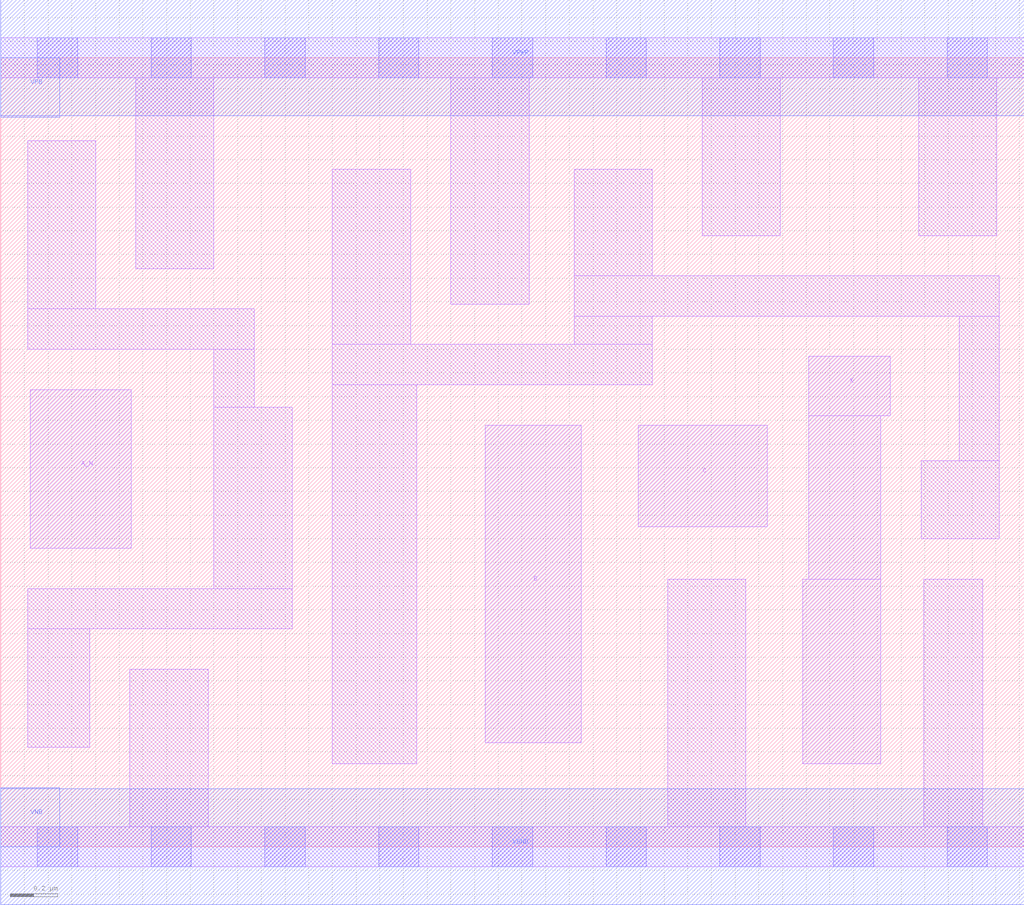
<source format=lef>
# Copyright 2020 The SkyWater PDK Authors
#
# Licensed under the Apache License, Version 2.0 (the "License");
# you may not use this file except in compliance with the License.
# You may obtain a copy of the License at
#
#     https://www.apache.org/licenses/LICENSE-2.0
#
# Unless required by applicable law or agreed to in writing, software
# distributed under the License is distributed on an "AS IS" BASIS,
# WITHOUT WARRANTIES OR CONDITIONS OF ANY KIND, either express or implied.
# See the License for the specific language governing permissions and
# limitations under the License.
#
# SPDX-License-Identifier: Apache-2.0

VERSION 5.5 ;
NAMESCASESENSITIVE ON ;
BUSBITCHARS "[]" ;
DIVIDERCHAR "/" ;
MACRO sky130_fd_sc_hs__and3b_2
  CLASS CORE ;
  SOURCE USER ;
  ORIGIN  0.000000  0.000000 ;
  SIZE  4.320000 BY  3.330000 ;
  SYMMETRY X Y ;
  SITE unit ;
  PIN A_N
    ANTENNAGATEAREA  0.208000 ;
    DIRECTION INPUT ;
    USE SIGNAL ;
    PORT
      LAYER li1 ;
        RECT 0.125000 1.260000 0.550000 1.930000 ;
    END
  END A_N
  PIN B
    ANTENNAGATEAREA  0.261000 ;
    DIRECTION INPUT ;
    USE SIGNAL ;
    PORT
      LAYER li1 ;
        RECT 2.045000 0.440000 2.450000 1.780000 ;
    END
  END B
  PIN C
    ANTENNAGATEAREA  0.261000 ;
    DIRECTION INPUT ;
    USE SIGNAL ;
    PORT
      LAYER li1 ;
        RECT 2.690000 1.350000 3.235000 1.780000 ;
    END
  END C
  PIN X
    ANTENNADIFFAREA  0.560000 ;
    DIRECTION OUTPUT ;
    USE SIGNAL ;
    PORT
      LAYER li1 ;
        RECT 3.385000 0.350000 3.715000 1.130000 ;
        RECT 3.410000 1.130000 3.715000 1.820000 ;
        RECT 3.410000 1.820000 3.755000 2.070000 ;
    END
  END X
  PIN VGND
    DIRECTION INOUT ;
    USE GROUND ;
    PORT
      LAYER met1 ;
        RECT 0.000000 -0.245000 4.320000 0.245000 ;
    END
  END VGND
  PIN VNB
    DIRECTION INOUT ;
    USE GROUND ;
    PORT
      LAYER met1 ;
        RECT 0.000000 0.000000 0.250000 0.250000 ;
    END
  END VNB
  PIN VPB
    DIRECTION INOUT ;
    USE POWER ;
    PORT
      LAYER met1 ;
        RECT 0.000000 3.080000 0.250000 3.330000 ;
    END
  END VPB
  PIN VPWR
    DIRECTION INOUT ;
    USE POWER ;
    PORT
      LAYER met1 ;
        RECT 0.000000 3.085000 4.320000 3.575000 ;
    END
  END VPWR
  OBS
    LAYER li1 ;
      RECT 0.000000 -0.085000 4.320000 0.085000 ;
      RECT 0.000000  3.245000 4.320000 3.415000 ;
      RECT 0.115000  0.420000 0.375000 0.920000 ;
      RECT 0.115000  0.920000 1.230000 1.090000 ;
      RECT 0.115000  2.100000 1.070000 2.270000 ;
      RECT 0.115000  2.270000 0.400000 2.980000 ;
      RECT 0.545000  0.085000 0.875000 0.750000 ;
      RECT 0.570000  2.440000 0.900000 3.245000 ;
      RECT 0.900000  1.090000 1.230000 1.855000 ;
      RECT 0.900000  1.855000 1.070000 2.100000 ;
      RECT 1.400000  0.350000 1.755000 1.950000 ;
      RECT 1.400000  1.950000 2.750000 2.120000 ;
      RECT 1.400000  2.120000 1.730000 2.860000 ;
      RECT 1.900000  2.290000 2.230000 3.245000 ;
      RECT 2.420000  2.120000 2.750000 2.240000 ;
      RECT 2.420000  2.240000 4.215000 2.410000 ;
      RECT 2.420000  2.410000 2.750000 2.860000 ;
      RECT 2.815000  0.085000 3.145000 1.130000 ;
      RECT 2.960000  2.580000 3.290000 3.245000 ;
      RECT 3.875000  2.580000 4.205000 3.245000 ;
      RECT 3.885000  1.300000 4.215000 1.630000 ;
      RECT 3.895000  0.085000 4.145000 1.130000 ;
      RECT 4.045000  1.630000 4.215000 2.240000 ;
    LAYER mcon ;
      RECT 0.155000 -0.085000 0.325000 0.085000 ;
      RECT 0.155000  3.245000 0.325000 3.415000 ;
      RECT 0.635000 -0.085000 0.805000 0.085000 ;
      RECT 0.635000  3.245000 0.805000 3.415000 ;
      RECT 1.115000 -0.085000 1.285000 0.085000 ;
      RECT 1.115000  3.245000 1.285000 3.415000 ;
      RECT 1.595000 -0.085000 1.765000 0.085000 ;
      RECT 1.595000  3.245000 1.765000 3.415000 ;
      RECT 2.075000 -0.085000 2.245000 0.085000 ;
      RECT 2.075000  3.245000 2.245000 3.415000 ;
      RECT 2.555000 -0.085000 2.725000 0.085000 ;
      RECT 2.555000  3.245000 2.725000 3.415000 ;
      RECT 3.035000 -0.085000 3.205000 0.085000 ;
      RECT 3.035000  3.245000 3.205000 3.415000 ;
      RECT 3.515000 -0.085000 3.685000 0.085000 ;
      RECT 3.515000  3.245000 3.685000 3.415000 ;
      RECT 3.995000 -0.085000 4.165000 0.085000 ;
      RECT 3.995000  3.245000 4.165000 3.415000 ;
  END
END sky130_fd_sc_hs__and3b_2
END LIBRARY

</source>
